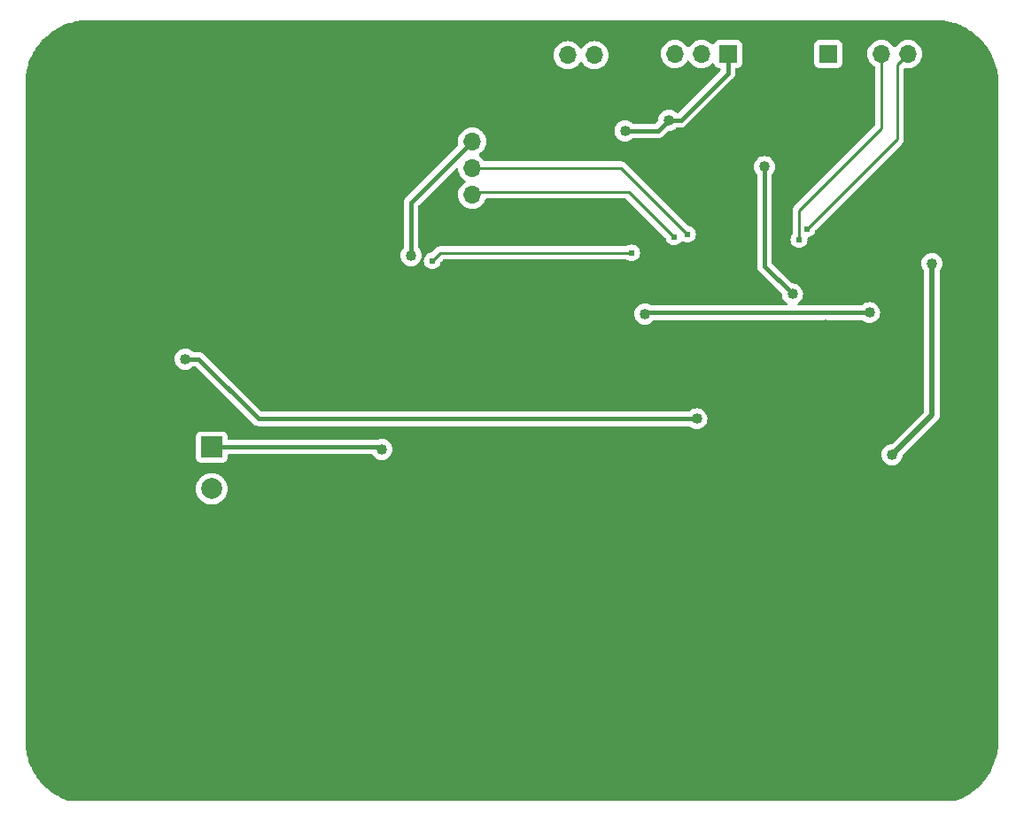
<source format=gbr>
%TF.GenerationSoftware,KiCad,Pcbnew,7.0.5*%
%TF.CreationDate,2024-07-05T18:30:48+07:00*%
%TF.ProjectId,project233,70726f6a-6563-4743-9233-332e6b696361,rev?*%
%TF.SameCoordinates,Original*%
%TF.FileFunction,Copper,L2,Bot*%
%TF.FilePolarity,Positive*%
%FSLAX46Y46*%
G04 Gerber Fmt 4.6, Leading zero omitted, Abs format (unit mm)*
G04 Created by KiCad (PCBNEW 7.0.5) date 2024-07-05 18:30:48*
%MOMM*%
%LPD*%
G01*
G04 APERTURE LIST*
%TA.AperFunction,ComponentPad*%
%ADD10R,1.700000X1.700000*%
%TD*%
%TA.AperFunction,ComponentPad*%
%ADD11O,1.700000X1.700000*%
%TD*%
%TA.AperFunction,ComponentPad*%
%ADD12R,2.000000X2.000000*%
%TD*%
%TA.AperFunction,ComponentPad*%
%ADD13C,2.000000*%
%TD*%
%TA.AperFunction,ViaPad*%
%ADD14C,1.016000*%
%TD*%
%TA.AperFunction,ViaPad*%
%ADD15C,0.609600*%
%TD*%
%TA.AperFunction,Conductor*%
%ADD16C,0.381000*%
%TD*%
%TA.AperFunction,Conductor*%
%ADD17C,0.250000*%
%TD*%
%TA.AperFunction,Conductor*%
%ADD18C,0.254000*%
%TD*%
%TA.AperFunction,Conductor*%
%ADD19C,0.508000*%
%TD*%
G04 APERTURE END LIST*
D10*
%TO.P,J2,1,Pin_1*%
%TO.N,VCC*%
X180152000Y-78232000D03*
D11*
%TO.P,J2,2,Pin_2*%
%TO.N,/MCU/SWDIO*%
X177612000Y-78232000D03*
%TO.P,J2,3,Pin_3*%
%TO.N,/MCU/SWCLK*%
X175072000Y-78232000D03*
%TO.P,J2,4,Pin_4*%
%TO.N,GND*%
X172532000Y-78232000D03*
%TD*%
D12*
%TO.P,BZ1,1,-*%
%TO.N,VCC*%
X130810000Y-115856000D03*
D13*
%TO.P,BZ1,2,+*%
%TO.N,Net-(BZ1-+)*%
X130810000Y-119856000D03*
%TD*%
D10*
%TO.P,J4,1,Pin_1*%
%TO.N,GND*%
X162309000Y-78360001D03*
D11*
%TO.P,J4,2,Pin_2*%
%TO.N,Net-(J4-Pin_2)*%
X164849000Y-78360001D03*
%TO.P,J4,3,Pin_3*%
%TO.N,VCC*%
X167389000Y-78360001D03*
%TD*%
D10*
%TO.P,J3,1,Pin_1*%
%TO.N,VCC*%
X189738000Y-78232000D03*
D11*
%TO.P,J3,2,Pin_2*%
%TO.N,GND*%
X192278000Y-78232000D03*
%TO.P,J3,3,Pin_3*%
%TO.N,/MCU/RX*%
X194818000Y-78232000D03*
%TO.P,J3,4,Pin_4*%
%TO.N,/MCU/TX*%
X197358000Y-78232000D03*
%TD*%
D10*
%TO.P,J5,1,Pin_1*%
%TO.N,GND*%
X155702000Y-84074000D03*
D11*
%TO.P,J5,2,Pin_2*%
%TO.N,VCC*%
X155702000Y-86614000D03*
%TO.P,J5,3,Pin_3*%
%TO.N,SCL*%
X155702000Y-89154000D03*
%TO.P,J5,4,Pin_4*%
%TO.N,SDA*%
X155702000Y-91694000D03*
%TD*%
D14*
%TO.N,GND*%
X168402000Y-88011000D03*
X193167000Y-84582000D03*
X115062000Y-136652000D03*
X120015000Y-140970000D03*
X147574000Y-93853000D03*
X189611000Y-107696000D03*
X189484000Y-104140000D03*
X182626000Y-101092000D03*
X151892000Y-93853000D03*
X161417000Y-93853000D03*
X161417000Y-86868000D03*
%TO.N,VCC*%
X186309000Y-101219000D03*
X149860000Y-97536000D03*
X174498000Y-84582000D03*
X183642000Y-89027000D03*
X147066000Y-116078000D03*
X170307000Y-85598000D03*
%TO.N,GND*%
X193294000Y-113792000D03*
X187325000Y-98679000D03*
X127254000Y-101092000D03*
X181356000Y-83312000D03*
X157607000Y-116459000D03*
X200152000Y-84582000D03*
X184023000Y-105410000D03*
X203454000Y-117602000D03*
X200152000Y-93980000D03*
X203073000Y-107188000D03*
X120015000Y-131953000D03*
X127508000Y-105410000D03*
X157607000Y-119761000D03*
X137414000Y-121158000D03*
X197866000Y-103505000D03*
X124968000Y-136652000D03*
X195453000Y-93218000D03*
X186309000Y-91694000D03*
X176403000Y-80391000D03*
X161290000Y-99822000D03*
X165354000Y-119253000D03*
X175895000Y-97409000D03*
X178308000Y-98298000D03*
X121158000Y-101092000D03*
X170180000Y-77978000D03*
X197358000Y-118745000D03*
X153924000Y-121158000D03*
X128016000Y-109220000D03*
X184912000Y-115570000D03*
X177927000Y-122428000D03*
X167894000Y-80772000D03*
X172339000Y-100838000D03*
X178562000Y-90424000D03*
X193294000Y-80391000D03*
X203200000Y-113411000D03*
X189865000Y-112014000D03*
X160147000Y-78359000D03*
X176657000Y-104521000D03*
X153670000Y-104775000D03*
X170942000Y-119761000D03*
X184023000Y-107950000D03*
D15*
%TO.N,/MCU/NRST*%
X151892000Y-98044000D03*
X170942000Y-97282000D03*
D14*
%TO.N,VDDA*%
X193675000Y-102997000D03*
X172212000Y-103124000D03*
%TO.N,+1V8*%
X128270000Y-107442000D03*
X177165000Y-113157000D03*
%TO.N,+5V*%
X199644000Y-98298000D03*
X195834000Y-116586000D03*
D15*
%TO.N,/MCU/RX*%
X186944000Y-96012000D03*
%TO.N,/MCU/TX*%
X187706000Y-94996000D03*
%TO.N,SCL*%
X176276000Y-95504000D03*
%TO.N,SDA*%
X175006000Y-95758000D03*
%TD*%
D16*
%TO.N,VCC*%
X173482000Y-85598000D02*
X174498000Y-84582000D01*
X170307000Y-85598000D02*
X173482000Y-85598000D01*
X183642000Y-98552000D02*
X186309000Y-101219000D01*
X183642000Y-89027000D02*
X183642000Y-98552000D01*
%TO.N,VDDA*%
X193675000Y-102997000D02*
X172339000Y-102997000D01*
X172339000Y-102997000D02*
X172212000Y-103124000D01*
%TO.N,VCC*%
X180152000Y-80071000D02*
X180152000Y-78232000D01*
X174498000Y-84582000D02*
X175641000Y-84582000D01*
X175641000Y-84582000D02*
X180152000Y-80071000D01*
D17*
%TO.N,GND*%
X193294000Y-84455000D02*
X193294000Y-80391000D01*
X193167000Y-84582000D02*
X193294000Y-84455000D01*
X162560000Y-82804000D02*
X161417000Y-83947000D01*
X161417000Y-83947000D02*
X161417000Y-86868000D01*
X165862000Y-82804000D02*
X162560000Y-82804000D01*
X167894000Y-80772000D02*
X165862000Y-82804000D01*
D18*
X160147000Y-78359000D02*
X162560000Y-80772000D01*
X162560000Y-80772000D02*
X167894000Y-80772000D01*
X175895000Y-97409000D02*
X178562000Y-94742000D01*
X178562000Y-94742000D02*
X178562000Y-90424000D01*
D17*
X189484000Y-104140000D02*
X189611000Y-104267000D01*
X189611000Y-104267000D02*
X189611000Y-107696000D01*
X169992000Y-80772000D02*
X172532000Y-78232000D01*
X167894000Y-80772000D02*
X169992000Y-80772000D01*
D18*
X127254000Y-105156000D02*
X127508000Y-105410000D01*
X127254000Y-101092000D02*
X127254000Y-105156000D01*
X121158000Y-101092000D02*
X127254000Y-101092000D01*
D16*
%TO.N,VCC*%
X146844000Y-115856000D02*
X130810000Y-115856000D01*
X149860000Y-92456000D02*
X155702000Y-86614000D01*
X147066000Y-116078000D02*
X146844000Y-115856000D01*
X149860000Y-97536000D02*
X149860000Y-92456000D01*
D18*
%TO.N,GND*%
X165354000Y-119253000D02*
X158115000Y-119253000D01*
X184023000Y-109347000D02*
X184023000Y-107950000D01*
X183896000Y-108077000D02*
X184023000Y-107950000D01*
X189865000Y-112014000D02*
X186690000Y-112014000D01*
X170942000Y-119761000D02*
X165862000Y-119761000D01*
X158115000Y-119253000D02*
X157607000Y-119761000D01*
X177546000Y-105410000D02*
X176657000Y-104521000D01*
X178562000Y-90424000D02*
X178562000Y-86106000D01*
X183896000Y-114554000D02*
X183896000Y-108077000D01*
X184912000Y-115570000D02*
X183896000Y-114554000D01*
X186309000Y-88265000D02*
X186309000Y-91694000D01*
X137414000Y-121158000D02*
X153924000Y-121158000D01*
X178562000Y-86106000D02*
X181356000Y-83312000D01*
X193294000Y-113792000D02*
X197866000Y-109220000D01*
X197866000Y-109220000D02*
X197866000Y-103505000D01*
X165862000Y-119761000D02*
X165354000Y-119253000D01*
X186690000Y-112014000D02*
X184023000Y-109347000D01*
X181356000Y-83312000D02*
X186309000Y-88265000D01*
X184023000Y-105410000D02*
X177546000Y-105410000D01*
%TO.N,/MCU/NRST*%
X152654000Y-97282000D02*
X170942000Y-97282000D01*
X151892000Y-98044000D02*
X152654000Y-97282000D01*
D16*
%TO.N,+1V8*%
X128270000Y-107442000D02*
X129540000Y-107442000D01*
X129540000Y-107442000D02*
X135255000Y-113157000D01*
X135255000Y-113157000D02*
X177165000Y-113157000D01*
D19*
%TO.N,+5V*%
X199644000Y-112776000D02*
X199644000Y-98298000D01*
X195834000Y-116586000D02*
X199644000Y-112776000D01*
D18*
%TO.N,/MCU/RX*%
X194818000Y-85344000D02*
X194818000Y-78232000D01*
X186944000Y-96012000D02*
X186944000Y-93218000D01*
X186944000Y-93218000D02*
X194818000Y-85344000D01*
%TO.N,/MCU/TX*%
X187706000Y-94996000D02*
X196342000Y-86360000D01*
X196342000Y-86360000D02*
X196342000Y-79248000D01*
X196342000Y-79248000D02*
X197358000Y-78232000D01*
%TO.N,SCL*%
X169926000Y-89154000D02*
X155702000Y-89154000D01*
X176276000Y-95504000D02*
X169926000Y-89154000D01*
%TO.N,SDA*%
X155956000Y-91440000D02*
X155702000Y-91694000D01*
X175006000Y-95758000D02*
X170688000Y-91440000D01*
X170688000Y-91440000D02*
X155956000Y-91440000D01*
%TD*%
%TA.AperFunction,Conductor*%
%TO.N,GND*%
G36*
X200792167Y-75057475D02*
G01*
X200954604Y-75077723D01*
X200958943Y-75078423D01*
X201199817Y-75126336D01*
X201428362Y-75174257D01*
X201432469Y-75175266D01*
X201492507Y-75192198D01*
X201668938Y-75241956D01*
X201892797Y-75308603D01*
X201896555Y-75309854D01*
X202127212Y-75394948D01*
X202344914Y-75479896D01*
X202348278Y-75481326D01*
X202571124Y-75584059D01*
X202572222Y-75584581D01*
X202781719Y-75686998D01*
X202784751Y-75688587D01*
X202870633Y-75736683D01*
X202998820Y-75808471D01*
X203000128Y-75809227D01*
X203200442Y-75928589D01*
X203203106Y-75930271D01*
X203317815Y-76006917D01*
X203407013Y-76066517D01*
X203408548Y-76067577D01*
X203598317Y-76203069D01*
X203600648Y-76204819D01*
X203793225Y-76356635D01*
X203794912Y-76358014D01*
X203972778Y-76508659D01*
X203974779Y-76510430D01*
X204061179Y-76590297D01*
X204154868Y-76676902D01*
X204156622Y-76678589D01*
X204321408Y-76843375D01*
X204323096Y-76845130D01*
X204489570Y-77025221D01*
X204491343Y-77027223D01*
X204541205Y-77086095D01*
X204641974Y-77205073D01*
X204643352Y-77206760D01*
X204795181Y-77399354D01*
X204796950Y-77401711D01*
X204858987Y-77488598D01*
X204913861Y-77565454D01*
X204932384Y-77591396D01*
X204933476Y-77592978D01*
X205069718Y-77796879D01*
X205071429Y-77799588D01*
X205190736Y-77999813D01*
X205191569Y-78001255D01*
X205311408Y-78215240D01*
X205313007Y-78218293D01*
X205319709Y-78232000D01*
X205415369Y-78427676D01*
X205415974Y-78428949D01*
X205518663Y-78651700D01*
X205520117Y-78655120D01*
X205605052Y-78872792D01*
X205690140Y-79103435D01*
X205691395Y-79107204D01*
X205758033Y-79331031D01*
X205824738Y-79567551D01*
X205825746Y-79571658D01*
X205873662Y-79800180D01*
X205903949Y-79952442D01*
X205921567Y-80041010D01*
X205922280Y-80045426D01*
X205951167Y-80277178D01*
X205979995Y-80520743D01*
X205980372Y-80525470D01*
X205990039Y-80759191D01*
X205993952Y-80858760D01*
X205994000Y-80861194D01*
X205994000Y-144138779D01*
X205993952Y-144141214D01*
X205990020Y-144241282D01*
X205980373Y-144474515D01*
X205979996Y-144479242D01*
X205951150Y-144722959D01*
X205922280Y-144954561D01*
X205921565Y-144958988D01*
X205873637Y-145199940D01*
X205825749Y-145428331D01*
X205824740Y-145432438D01*
X205758033Y-145668965D01*
X205691399Y-145892783D01*
X205690144Y-145896552D01*
X205605028Y-146127271D01*
X205520122Y-146344865D01*
X205518668Y-146348285D01*
X205415973Y-146571050D01*
X205415368Y-146572323D01*
X205313011Y-146781700D01*
X205311405Y-146784765D01*
X205191557Y-146998766D01*
X205190724Y-147000208D01*
X205071446Y-147200383D01*
X205069735Y-147203092D01*
X204933448Y-147407060D01*
X204932356Y-147408641D01*
X204796967Y-147598265D01*
X204795198Y-147600622D01*
X204643348Y-147793242D01*
X204641969Y-147794929D01*
X204491354Y-147972761D01*
X204489570Y-147974776D01*
X204323096Y-148154867D01*
X204321408Y-148156622D01*
X204156622Y-148321408D01*
X204154867Y-148323096D01*
X203974776Y-148489570D01*
X203972761Y-148491354D01*
X203794929Y-148641969D01*
X203793242Y-148643348D01*
X203600622Y-148795198D01*
X203598265Y-148796967D01*
X203408641Y-148932356D01*
X203407060Y-148933448D01*
X203203092Y-149069735D01*
X203200383Y-149071446D01*
X203000208Y-149190724D01*
X202998766Y-149191557D01*
X202784765Y-149311405D01*
X202781700Y-149313011D01*
X202572323Y-149415368D01*
X202571050Y-149415973D01*
X202348285Y-149518668D01*
X202344865Y-149520122D01*
X202127270Y-149605028D01*
X201896556Y-149690142D01*
X201892788Y-149691397D01*
X201770370Y-149727844D01*
X201734986Y-149733000D01*
X117265013Y-149733000D01*
X117229631Y-149727845D01*
X117206186Y-149720865D01*
X117107215Y-149691399D01*
X117103446Y-149690144D01*
X116872747Y-149605035D01*
X116758043Y-149560277D01*
X116655133Y-149520122D01*
X116651713Y-149518668D01*
X116428948Y-149415973D01*
X116427675Y-149415368D01*
X116293469Y-149349759D01*
X116218286Y-149313004D01*
X116215266Y-149311422D01*
X116055303Y-149221838D01*
X116001232Y-149191557D01*
X115999790Y-149190724D01*
X115932512Y-149150635D01*
X115799606Y-149071440D01*
X115796906Y-149069735D01*
X115592938Y-148933448D01*
X115591380Y-148932372D01*
X115401714Y-148796953D01*
X115399376Y-148795198D01*
X115206756Y-148643348D01*
X115205069Y-148641969D01*
X115093846Y-148547769D01*
X115027224Y-148491343D01*
X115025222Y-148489570D01*
X114845131Y-148323096D01*
X114843376Y-148321408D01*
X114678590Y-148156622D01*
X114676915Y-148154880D01*
X114510428Y-147974776D01*
X114508662Y-147972781D01*
X114358029Y-147794929D01*
X114356650Y-147793242D01*
X114277863Y-147693302D01*
X114204789Y-147600607D01*
X114203056Y-147598299D01*
X114067608Y-147408592D01*
X114066550Y-147407060D01*
X114019250Y-147336271D01*
X113930261Y-147203089D01*
X113928571Y-147200414D01*
X113809253Y-147000172D01*
X113808441Y-146998766D01*
X113688562Y-146784706D01*
X113687008Y-146781740D01*
X113584620Y-146572302D01*
X113584067Y-146571139D01*
X113481323Y-146348268D01*
X113479886Y-146344888D01*
X113394955Y-146127228D01*
X113309854Y-145896552D01*
X113308599Y-145892783D01*
X113241976Y-145669001D01*
X113175252Y-145432413D01*
X113174256Y-145428362D01*
X113126381Y-145200038D01*
X113078430Y-144958972D01*
X113077718Y-144954560D01*
X113048865Y-144723088D01*
X113030430Y-144567333D01*
X113030000Y-144560039D01*
X113030000Y-119856005D01*
X129304357Y-119856005D01*
X129324890Y-120103812D01*
X129324892Y-120103824D01*
X129385936Y-120344881D01*
X129485826Y-120572606D01*
X129621833Y-120780782D01*
X129621836Y-120780785D01*
X129790256Y-120963738D01*
X129986491Y-121116474D01*
X130205190Y-121234828D01*
X130440386Y-121315571D01*
X130685665Y-121356500D01*
X130934335Y-121356500D01*
X131179614Y-121315571D01*
X131414810Y-121234828D01*
X131633509Y-121116474D01*
X131829744Y-120963738D01*
X131998164Y-120780785D01*
X132134173Y-120572607D01*
X132234063Y-120344881D01*
X132295108Y-120103821D01*
X132315643Y-119856000D01*
X132295108Y-119608179D01*
X132234063Y-119367119D01*
X132134173Y-119139393D01*
X132134173Y-119139392D01*
X131998166Y-118931217D01*
X131976557Y-118907744D01*
X131829744Y-118748262D01*
X131633509Y-118595526D01*
X131633507Y-118595525D01*
X131633506Y-118595524D01*
X131414811Y-118477172D01*
X131414802Y-118477169D01*
X131179616Y-118396429D01*
X130934335Y-118355500D01*
X130685665Y-118355500D01*
X130440383Y-118396429D01*
X130205197Y-118477169D01*
X130205188Y-118477172D01*
X129986493Y-118595524D01*
X129790257Y-118748261D01*
X129621833Y-118931217D01*
X129485826Y-119139393D01*
X129385936Y-119367118D01*
X129324892Y-119608175D01*
X129324890Y-119608187D01*
X129304357Y-119855994D01*
X129304357Y-119856005D01*
X113030000Y-119856005D01*
X113030000Y-116903870D01*
X129309500Y-116903870D01*
X129309501Y-116903876D01*
X129315908Y-116963483D01*
X129366202Y-117098328D01*
X129366206Y-117098335D01*
X129452452Y-117213544D01*
X129452455Y-117213547D01*
X129567664Y-117299793D01*
X129567671Y-117299797D01*
X129702517Y-117350091D01*
X129702516Y-117350091D01*
X129709444Y-117350835D01*
X129762127Y-117356500D01*
X131857872Y-117356499D01*
X131917483Y-117350091D01*
X132052331Y-117299796D01*
X132167546Y-117213546D01*
X132253796Y-117098331D01*
X132304091Y-116963483D01*
X132310500Y-116903873D01*
X132310500Y-116671000D01*
X132330185Y-116603961D01*
X132382989Y-116558206D01*
X132434500Y-116547000D01*
X146098836Y-116547000D01*
X146165875Y-116566685D01*
X146208195Y-116612548D01*
X146223403Y-116641002D01*
X146223405Y-116641005D01*
X146349431Y-116794568D01*
X146502994Y-116920594D01*
X146503001Y-116920598D01*
X146678191Y-117014239D01*
X146678193Y-117014239D01*
X146678196Y-117014241D01*
X146868299Y-117071908D01*
X146868298Y-117071908D01*
X146887769Y-117073825D01*
X147066000Y-117091380D01*
X147263701Y-117071908D01*
X147453804Y-117014241D01*
X147629004Y-116920595D01*
X147782568Y-116794568D01*
X147908595Y-116641004D01*
X147937995Y-116586000D01*
X194820620Y-116586000D01*
X194840091Y-116783699D01*
X194897760Y-116973808D01*
X194991401Y-117148998D01*
X194991405Y-117149005D01*
X195117431Y-117302568D01*
X195270994Y-117428594D01*
X195271001Y-117428598D01*
X195446191Y-117522239D01*
X195446193Y-117522239D01*
X195446196Y-117522241D01*
X195636299Y-117579908D01*
X195636298Y-117579908D01*
X195654024Y-117581653D01*
X195834000Y-117599380D01*
X196031701Y-117579908D01*
X196221804Y-117522241D01*
X196397004Y-117428595D01*
X196550568Y-117302568D01*
X196676595Y-117149004D01*
X196770241Y-116973804D01*
X196827908Y-116783701D01*
X196837170Y-116689657D01*
X196863330Y-116624870D01*
X196872883Y-116614139D01*
X200132264Y-113354758D01*
X200145883Y-113342988D01*
X200165294Y-113328539D01*
X200199075Y-113288279D01*
X200202709Y-113284313D01*
X200208583Y-113278441D01*
X200228534Y-113253207D01*
X200229535Y-113251978D01*
X200278667Y-113193427D01*
X200278670Y-113193420D01*
X200282637Y-113187390D01*
X200282683Y-113187420D01*
X200286795Y-113180965D01*
X200286748Y-113180936D01*
X200290532Y-113174799D01*
X200290539Y-113174791D01*
X200322798Y-113105608D01*
X200323562Y-113104031D01*
X200357824Y-113035811D01*
X200357827Y-113035795D01*
X200360293Y-113029024D01*
X200360346Y-113029043D01*
X200362858Y-113021815D01*
X200362807Y-113021798D01*
X200365077Y-113014945D01*
X200365077Y-113014943D01*
X200365079Y-113014940D01*
X200380518Y-112940162D01*
X200380901Y-112938440D01*
X200398500Y-112864188D01*
X200398499Y-112864185D01*
X200399339Y-112857012D01*
X200399394Y-112857018D01*
X200400172Y-112849409D01*
X200400116Y-112849405D01*
X200400744Y-112842212D01*
X200400746Y-112842206D01*
X200398622Y-112769196D01*
X200398526Y-112765903D01*
X200398500Y-112764100D01*
X200398500Y-99012715D01*
X200418185Y-98945676D01*
X200426639Y-98934058D01*
X200486595Y-98861004D01*
X200580241Y-98685804D01*
X200637908Y-98495701D01*
X200657380Y-98298000D01*
X200637908Y-98100299D01*
X200580241Y-97910196D01*
X200580239Y-97910193D01*
X200580239Y-97910191D01*
X200486598Y-97735001D01*
X200486594Y-97734994D01*
X200360568Y-97581431D01*
X200207005Y-97455405D01*
X200206998Y-97455401D01*
X200031808Y-97361760D01*
X199873905Y-97313861D01*
X199841701Y-97304092D01*
X199841699Y-97304091D01*
X199841701Y-97304091D01*
X199661725Y-97286365D01*
X199644000Y-97284620D01*
X199643999Y-97284620D01*
X199446300Y-97304091D01*
X199256191Y-97361760D01*
X199081001Y-97455401D01*
X199080994Y-97455405D01*
X198927431Y-97581431D01*
X198801405Y-97734994D01*
X198801401Y-97735001D01*
X198707760Y-97910191D01*
X198650091Y-98100300D01*
X198630620Y-98297999D01*
X198650091Y-98495699D01*
X198707760Y-98685808D01*
X198801401Y-98860998D01*
X198801402Y-98860999D01*
X198801405Y-98861004D01*
X198861353Y-98934051D01*
X198888666Y-98998359D01*
X198889500Y-99012715D01*
X198889500Y-112412113D01*
X198869815Y-112479152D01*
X198853181Y-112499794D01*
X195805868Y-115547106D01*
X195744545Y-115580591D01*
X195730343Y-115582828D01*
X195636300Y-115592091D01*
X195446191Y-115649760D01*
X195271001Y-115743401D01*
X195270994Y-115743405D01*
X195117431Y-115869431D01*
X194991405Y-116022994D01*
X194991401Y-116023001D01*
X194897760Y-116198191D01*
X194840091Y-116388300D01*
X194820620Y-116586000D01*
X147937995Y-116586000D01*
X148002241Y-116465804D01*
X148059908Y-116275701D01*
X148079380Y-116078000D01*
X148059908Y-115880299D01*
X148002241Y-115690196D01*
X148002239Y-115690193D01*
X148002239Y-115690191D01*
X147908598Y-115515001D01*
X147908594Y-115514994D01*
X147782568Y-115361431D01*
X147629005Y-115235405D01*
X147628998Y-115235401D01*
X147453808Y-115141760D01*
X147358752Y-115112925D01*
X147263701Y-115084092D01*
X147263699Y-115084091D01*
X147263701Y-115084091D01*
X147066000Y-115064620D01*
X146868300Y-115084091D01*
X146678192Y-115141760D01*
X146662110Y-115150357D01*
X146603655Y-115165000D01*
X132434499Y-115165000D01*
X132367460Y-115145315D01*
X132321705Y-115092511D01*
X132310499Y-115041000D01*
X132310499Y-114808129D01*
X132310498Y-114808123D01*
X132310497Y-114808116D01*
X132304091Y-114748517D01*
X132253796Y-114613669D01*
X132253795Y-114613668D01*
X132253793Y-114613664D01*
X132167547Y-114498455D01*
X132167544Y-114498452D01*
X132052335Y-114412206D01*
X132052328Y-114412202D01*
X131917482Y-114361908D01*
X131917483Y-114361908D01*
X131857883Y-114355501D01*
X131857881Y-114355500D01*
X131857873Y-114355500D01*
X131857864Y-114355500D01*
X129762129Y-114355500D01*
X129762123Y-114355501D01*
X129702516Y-114361908D01*
X129567671Y-114412202D01*
X129567664Y-114412206D01*
X129452455Y-114498452D01*
X129452452Y-114498455D01*
X129366206Y-114613664D01*
X129366202Y-114613671D01*
X129315908Y-114748517D01*
X129309501Y-114808116D01*
X129309501Y-114808123D01*
X129309500Y-114808135D01*
X129309500Y-116903870D01*
X113030000Y-116903870D01*
X113030000Y-107441999D01*
X127256620Y-107441999D01*
X127276091Y-107639699D01*
X127333760Y-107829808D01*
X127427401Y-108004998D01*
X127427405Y-108005005D01*
X127553431Y-108158568D01*
X127706994Y-108284594D01*
X127707001Y-108284598D01*
X127882191Y-108378239D01*
X127882193Y-108378239D01*
X127882196Y-108378241D01*
X128072299Y-108435908D01*
X128072298Y-108435908D01*
X128090024Y-108437653D01*
X128270000Y-108455380D01*
X128467701Y-108435908D01*
X128657804Y-108378241D01*
X128833004Y-108284595D01*
X128973468Y-108169319D01*
X128983426Y-108161147D01*
X129047736Y-108133834D01*
X129062091Y-108133000D01*
X129202416Y-108133000D01*
X129269455Y-108152685D01*
X129290097Y-108169319D01*
X134750312Y-113629533D01*
X134752848Y-113632227D01*
X134793417Y-113678020D01*
X134843768Y-113712774D01*
X134846755Y-113714972D01*
X134894895Y-113752688D01*
X134903866Y-113756725D01*
X134923411Y-113767748D01*
X134931518Y-113773344D01*
X134988703Y-113795031D01*
X134992120Y-113796446D01*
X135047916Y-113821558D01*
X135057600Y-113823332D01*
X135079229Y-113829362D01*
X135088418Y-113832848D01*
X135149098Y-113840215D01*
X135152801Y-113840779D01*
X135173306Y-113844536D01*
X135212972Y-113851806D01*
X135267771Y-113848490D01*
X135274019Y-113848113D01*
X135277764Y-113848000D01*
X176372909Y-113848000D01*
X176439948Y-113867685D01*
X176451574Y-113876147D01*
X176601994Y-113999594D01*
X176602001Y-113999598D01*
X176777191Y-114093239D01*
X176777193Y-114093239D01*
X176777196Y-114093241D01*
X176967299Y-114150908D01*
X176967298Y-114150908D01*
X176986770Y-114152825D01*
X177165000Y-114170380D01*
X177362701Y-114150908D01*
X177552804Y-114093241D01*
X177728004Y-113999595D01*
X177881568Y-113873568D01*
X178007595Y-113720004D01*
X178101241Y-113544804D01*
X178158908Y-113354701D01*
X178178380Y-113157000D01*
X178158908Y-112959299D01*
X178101241Y-112769196D01*
X178101239Y-112769193D01*
X178101239Y-112769191D01*
X178007598Y-112594001D01*
X178007594Y-112593994D01*
X177881568Y-112440431D01*
X177728005Y-112314405D01*
X177727998Y-112314401D01*
X177552808Y-112220760D01*
X177457752Y-112191925D01*
X177362701Y-112163092D01*
X177362699Y-112163091D01*
X177362701Y-112163091D01*
X177182725Y-112145365D01*
X177165000Y-112143620D01*
X177164999Y-112143620D01*
X176967300Y-112163091D01*
X176777191Y-112220760D01*
X176602001Y-112314401D01*
X176601994Y-112314405D01*
X176451574Y-112437853D01*
X176387264Y-112465166D01*
X176372909Y-112466000D01*
X135592583Y-112466000D01*
X135525544Y-112446315D01*
X135504902Y-112429681D01*
X135218841Y-112143620D01*
X130044686Y-106969464D01*
X130042135Y-106966753D01*
X130001583Y-106920980D01*
X129951251Y-106886238D01*
X129948234Y-106884018D01*
X129900108Y-106846314D01*
X129900099Y-106846308D01*
X129891134Y-106842274D01*
X129871586Y-106831250D01*
X129863482Y-106825656D01*
X129863478Y-106825653D01*
X129814689Y-106807150D01*
X129806302Y-106803969D01*
X129802851Y-106802540D01*
X129747081Y-106777441D01*
X129747082Y-106777441D01*
X129737395Y-106775666D01*
X129715792Y-106769644D01*
X129706582Y-106766152D01*
X129645876Y-106758780D01*
X129642177Y-106758217D01*
X129629211Y-106755841D01*
X129582030Y-106747195D01*
X129582025Y-106747195D01*
X129520992Y-106750887D01*
X129517247Y-106751000D01*
X129062091Y-106751000D01*
X128995052Y-106731315D01*
X128983426Y-106722853D01*
X128833005Y-106599405D01*
X128832998Y-106599401D01*
X128657808Y-106505760D01*
X128562752Y-106476925D01*
X128467701Y-106448092D01*
X128467699Y-106448091D01*
X128467701Y-106448091D01*
X128270000Y-106428620D01*
X128072300Y-106448091D01*
X127882191Y-106505760D01*
X127707001Y-106599401D01*
X127706994Y-106599405D01*
X127553431Y-106725431D01*
X127427405Y-106878994D01*
X127427401Y-106879001D01*
X127333760Y-107054191D01*
X127276091Y-107244300D01*
X127256620Y-107441999D01*
X113030000Y-107441999D01*
X113030000Y-103123999D01*
X171198620Y-103123999D01*
X171218091Y-103321699D01*
X171275760Y-103511808D01*
X171369401Y-103686998D01*
X171369405Y-103687005D01*
X171495431Y-103840568D01*
X171648994Y-103966594D01*
X171649001Y-103966598D01*
X171824191Y-104060239D01*
X171824193Y-104060239D01*
X171824196Y-104060241D01*
X172014299Y-104117908D01*
X172014298Y-104117908D01*
X172033770Y-104119825D01*
X172212000Y-104137380D01*
X172409701Y-104117908D01*
X172599804Y-104060241D01*
X172775004Y-103966595D01*
X172928568Y-103840568D01*
X173016572Y-103733334D01*
X173074317Y-103694001D01*
X173112425Y-103688000D01*
X192882909Y-103688000D01*
X192949948Y-103707685D01*
X192961574Y-103716147D01*
X193111994Y-103839594D01*
X193112001Y-103839598D01*
X193287191Y-103933239D01*
X193287193Y-103933239D01*
X193287196Y-103933241D01*
X193477299Y-103990908D01*
X193477298Y-103990908D01*
X193496769Y-103992825D01*
X193675000Y-104010380D01*
X193872701Y-103990908D01*
X194062804Y-103933241D01*
X194238004Y-103839595D01*
X194391568Y-103713568D01*
X194517595Y-103560004D01*
X194611241Y-103384804D01*
X194668908Y-103194701D01*
X194688380Y-102997000D01*
X194668908Y-102799299D01*
X194611241Y-102609196D01*
X194611239Y-102609193D01*
X194611239Y-102609191D01*
X194517598Y-102434001D01*
X194517594Y-102433994D01*
X194391568Y-102280431D01*
X194238005Y-102154405D01*
X194237998Y-102154401D01*
X194062808Y-102060760D01*
X193967752Y-102031925D01*
X193872701Y-102003092D01*
X193872699Y-102003091D01*
X193872701Y-102003091D01*
X193692725Y-101985365D01*
X193675000Y-101983620D01*
X193674999Y-101983620D01*
X193477300Y-102003091D01*
X193287191Y-102060760D01*
X193112001Y-102154401D01*
X193111994Y-102154405D01*
X192961574Y-102277853D01*
X192897264Y-102305166D01*
X192882909Y-102306000D01*
X186909791Y-102306000D01*
X186842752Y-102286315D01*
X186796997Y-102233511D01*
X186787053Y-102164353D01*
X186816078Y-102100797D01*
X186851338Y-102072642D01*
X186871998Y-102061598D01*
X186872004Y-102061595D01*
X187025568Y-101935568D01*
X187151595Y-101782004D01*
X187245241Y-101606804D01*
X187302908Y-101416701D01*
X187322380Y-101219000D01*
X187302908Y-101021299D01*
X187245241Y-100831196D01*
X187245239Y-100831193D01*
X187245239Y-100831191D01*
X187151598Y-100656001D01*
X187151594Y-100655994D01*
X187025568Y-100502431D01*
X186872005Y-100376405D01*
X186871998Y-100376401D01*
X186696808Y-100282760D01*
X186601752Y-100253925D01*
X186506701Y-100225092D01*
X186506699Y-100225091D01*
X186506701Y-100225091D01*
X186313044Y-100206018D01*
X186248257Y-100179857D01*
X186237517Y-100170296D01*
X184369319Y-98302097D01*
X184335834Y-98240774D01*
X184333000Y-98214416D01*
X184333000Y-96012003D01*
X186133604Y-96012003D01*
X186153920Y-96192324D01*
X186153921Y-96192329D01*
X186213859Y-96363622D01*
X186213861Y-96363625D01*
X186310402Y-96517268D01*
X186310407Y-96517274D01*
X186438725Y-96645592D01*
X186438731Y-96645597D01*
X186592374Y-96742138D01*
X186592377Y-96742140D01*
X186592381Y-96742141D01*
X186592382Y-96742142D01*
X186747655Y-96796474D01*
X186763670Y-96802078D01*
X186763675Y-96802079D01*
X186943996Y-96822396D01*
X186944000Y-96822396D01*
X186944004Y-96822396D01*
X187124324Y-96802079D01*
X187124327Y-96802078D01*
X187124330Y-96802078D01*
X187295618Y-96742142D01*
X187295620Y-96742140D01*
X187295622Y-96742140D01*
X187295625Y-96742138D01*
X187449268Y-96645597D01*
X187449269Y-96645596D01*
X187449274Y-96645593D01*
X187577593Y-96517274D01*
X187593523Y-96491922D01*
X187674138Y-96363625D01*
X187674140Y-96363622D01*
X187674140Y-96363620D01*
X187674142Y-96363618D01*
X187734078Y-96192330D01*
X187740245Y-96137597D01*
X187754396Y-96012003D01*
X187754396Y-96011996D01*
X187744798Y-95926808D01*
X187756853Y-95857986D01*
X187804202Y-95806607D01*
X187854133Y-95789705D01*
X187886330Y-95786078D01*
X188057618Y-95726142D01*
X188057621Y-95726139D01*
X188057625Y-95726138D01*
X188211268Y-95629597D01*
X188211269Y-95629596D01*
X188211274Y-95629593D01*
X188339593Y-95501274D01*
X188339996Y-95500633D01*
X188436138Y-95347625D01*
X188436141Y-95347619D01*
X188436142Y-95347618D01*
X188496078Y-95176330D01*
X188501757Y-95125918D01*
X188528821Y-95061507D01*
X188537286Y-95052131D01*
X196727043Y-86862374D01*
X196739325Y-86852537D01*
X196739144Y-86852318D01*
X196745153Y-86847345D01*
X196745162Y-86847340D01*
X196792072Y-86797385D01*
X196793311Y-86796106D01*
X196813623Y-86775796D01*
X196817892Y-86770290D01*
X196821676Y-86765859D01*
X196853693Y-86731767D01*
X196863389Y-86714128D01*
X196874073Y-86697861D01*
X196886408Y-86681962D01*
X196904978Y-86639046D01*
X196907534Y-86633827D01*
X196930072Y-86592834D01*
X196935078Y-86573334D01*
X196941382Y-86554924D01*
X196949370Y-86536465D01*
X196949373Y-86536459D01*
X196956687Y-86490280D01*
X196957868Y-86484570D01*
X196969500Y-86439272D01*
X196969500Y-86419134D01*
X196971027Y-86399735D01*
X196974174Y-86379867D01*
X196969775Y-86333329D01*
X196969500Y-86327491D01*
X196969500Y-79687642D01*
X196989185Y-79620603D01*
X197041989Y-79574848D01*
X197111147Y-79564904D01*
X197117251Y-79566156D01*
X197117258Y-79566122D01*
X197122584Y-79567060D01*
X197122592Y-79567063D01*
X197299034Y-79582500D01*
X197357999Y-79587659D01*
X197358000Y-79587659D01*
X197358001Y-79587659D01*
X197416966Y-79582500D01*
X197593408Y-79567063D01*
X197821663Y-79505903D01*
X198035830Y-79406035D01*
X198229401Y-79270495D01*
X198396495Y-79103401D01*
X198532035Y-78909830D01*
X198631903Y-78695663D01*
X198693063Y-78467408D01*
X198713659Y-78232000D01*
X198693063Y-77996592D01*
X198631903Y-77768337D01*
X198532035Y-77554171D01*
X198526425Y-77546158D01*
X198396494Y-77360597D01*
X198229402Y-77193506D01*
X198229395Y-77193501D01*
X198035834Y-77057967D01*
X198035830Y-77057965D01*
X198035829Y-77057964D01*
X197821663Y-76958097D01*
X197821659Y-76958096D01*
X197821655Y-76958094D01*
X197593413Y-76896938D01*
X197593403Y-76896936D01*
X197358001Y-76876341D01*
X197357999Y-76876341D01*
X197122596Y-76896936D01*
X197122586Y-76896938D01*
X196894344Y-76958094D01*
X196894335Y-76958098D01*
X196680171Y-77057964D01*
X196680169Y-77057965D01*
X196486597Y-77193505D01*
X196319505Y-77360597D01*
X196189575Y-77546158D01*
X196134998Y-77589783D01*
X196065500Y-77596977D01*
X196003145Y-77565454D01*
X195986425Y-77546158D01*
X195856494Y-77360597D01*
X195689402Y-77193506D01*
X195689395Y-77193501D01*
X195495834Y-77057967D01*
X195495830Y-77057965D01*
X195495829Y-77057964D01*
X195281663Y-76958097D01*
X195281659Y-76958096D01*
X195281655Y-76958094D01*
X195053413Y-76896938D01*
X195053403Y-76896936D01*
X194818001Y-76876341D01*
X194817999Y-76876341D01*
X194582596Y-76896936D01*
X194582586Y-76896938D01*
X194354344Y-76958094D01*
X194354335Y-76958098D01*
X194140171Y-77057964D01*
X194140169Y-77057965D01*
X193946597Y-77193505D01*
X193779505Y-77360597D01*
X193643965Y-77554169D01*
X193643964Y-77554171D01*
X193544098Y-77768335D01*
X193544094Y-77768344D01*
X193482938Y-77996586D01*
X193482936Y-77996596D01*
X193462341Y-78231999D01*
X193462341Y-78232000D01*
X193482936Y-78467403D01*
X193482938Y-78467413D01*
X193544094Y-78695655D01*
X193544096Y-78695659D01*
X193544097Y-78695663D01*
X193607688Y-78832033D01*
X193643965Y-78909830D01*
X193643967Y-78909834D01*
X193708656Y-79002218D01*
X193779505Y-79103401D01*
X193946599Y-79270495D01*
X194137624Y-79404252D01*
X194181248Y-79458828D01*
X194190500Y-79505826D01*
X194190500Y-85032717D01*
X194170815Y-85099756D01*
X194154181Y-85120398D01*
X186558953Y-92715626D01*
X186546669Y-92725469D01*
X186546849Y-92725687D01*
X186540838Y-92730660D01*
X186493981Y-92780556D01*
X186492628Y-92781951D01*
X186472379Y-92802200D01*
X186472375Y-92802205D01*
X186468106Y-92807709D01*
X186464315Y-92812147D01*
X186432308Y-92846230D01*
X186432305Y-92846234D01*
X186422606Y-92863877D01*
X186411928Y-92880133D01*
X186399594Y-92896034D01*
X186399589Y-92896042D01*
X186381025Y-92938943D01*
X186378454Y-92944191D01*
X186355927Y-92985167D01*
X186350920Y-93004668D01*
X186344621Y-93023064D01*
X186342027Y-93029061D01*
X186336625Y-93041544D01*
X186336624Y-93041546D01*
X186329312Y-93087716D01*
X186328127Y-93093438D01*
X186316500Y-93138723D01*
X186316500Y-93158858D01*
X186314973Y-93178257D01*
X186311825Y-93198131D01*
X186316225Y-93244677D01*
X186316500Y-93250515D01*
X186316500Y-95461305D01*
X186297494Y-95527277D01*
X186213859Y-95660379D01*
X186153921Y-95831670D01*
X186153920Y-95831675D01*
X186133604Y-96011996D01*
X186133604Y-96012003D01*
X184333000Y-96012003D01*
X184333000Y-89819091D01*
X184352685Y-89752052D01*
X184361147Y-89740426D01*
X184484594Y-89590005D01*
X184484598Y-89589998D01*
X184578239Y-89414808D01*
X184578239Y-89414807D01*
X184578241Y-89414804D01*
X184635908Y-89224701D01*
X184655380Y-89027000D01*
X184635908Y-88829299D01*
X184578241Y-88639196D01*
X184578239Y-88639193D01*
X184578239Y-88639191D01*
X184484598Y-88464001D01*
X184484594Y-88463994D01*
X184358568Y-88310431D01*
X184205005Y-88184405D01*
X184204998Y-88184401D01*
X184029808Y-88090760D01*
X183934752Y-88061925D01*
X183839701Y-88033092D01*
X183839699Y-88033091D01*
X183839701Y-88033091D01*
X183642000Y-88013620D01*
X183444300Y-88033091D01*
X183254191Y-88090760D01*
X183079001Y-88184401D01*
X183078994Y-88184405D01*
X182925431Y-88310431D01*
X182799405Y-88463994D01*
X182799401Y-88464001D01*
X182705760Y-88639191D01*
X182648091Y-88829300D01*
X182628620Y-89027000D01*
X182648091Y-89224699D01*
X182705760Y-89414808D01*
X182799401Y-89589998D01*
X182799405Y-89590005D01*
X182922853Y-89740426D01*
X182950166Y-89804736D01*
X182951000Y-89819091D01*
X182951000Y-98529247D01*
X182950887Y-98532992D01*
X182947195Y-98594025D01*
X182947195Y-98594028D01*
X182958217Y-98654174D01*
X182958780Y-98657876D01*
X182966152Y-98718582D01*
X182969644Y-98727792D01*
X182975666Y-98749395D01*
X182977441Y-98759081D01*
X183002540Y-98814851D01*
X183003973Y-98818310D01*
X183025653Y-98875478D01*
X183025656Y-98875482D01*
X183031250Y-98883586D01*
X183042274Y-98903134D01*
X183046308Y-98912099D01*
X183046314Y-98912108D01*
X183084018Y-98960234D01*
X183086238Y-98963251D01*
X183120980Y-99013583D01*
X183166753Y-99054135D01*
X183169464Y-99056686D01*
X184283075Y-100170296D01*
X185260296Y-101147517D01*
X185293781Y-101208840D01*
X185296018Y-101223044D01*
X185315091Y-101416699D01*
X185372760Y-101606808D01*
X185466401Y-101781998D01*
X185466405Y-101782005D01*
X185592431Y-101935568D01*
X185745994Y-102061594D01*
X185746001Y-102061598D01*
X185766662Y-102072642D01*
X185816506Y-102121604D01*
X185831967Y-102189741D01*
X185808136Y-102255421D01*
X185752578Y-102297790D01*
X185708209Y-102306000D01*
X172849341Y-102306000D01*
X172782302Y-102286315D01*
X172780112Y-102284720D01*
X172780067Y-102284788D01*
X172774998Y-102281401D01*
X172599808Y-102187760D01*
X172489837Y-102154401D01*
X172409701Y-102130092D01*
X172409699Y-102130091D01*
X172409701Y-102130091D01*
X172229725Y-102112365D01*
X172212000Y-102110620D01*
X172211999Y-102110620D01*
X172014300Y-102130091D01*
X171824191Y-102187760D01*
X171649001Y-102281401D01*
X171648994Y-102281405D01*
X171495431Y-102407431D01*
X171369405Y-102560994D01*
X171369401Y-102561001D01*
X171275760Y-102736191D01*
X171218091Y-102926300D01*
X171198620Y-103123999D01*
X113030000Y-103123999D01*
X113030000Y-97536000D01*
X148846620Y-97536000D01*
X148866091Y-97733699D01*
X148923760Y-97923808D01*
X149017401Y-98098998D01*
X149017405Y-98099005D01*
X149143431Y-98252568D01*
X149296994Y-98378594D01*
X149297001Y-98378598D01*
X149472191Y-98472239D01*
X149472193Y-98472239D01*
X149472196Y-98472241D01*
X149662299Y-98529908D01*
X149662298Y-98529908D01*
X149674655Y-98531125D01*
X149860000Y-98549380D01*
X150057701Y-98529908D01*
X150247804Y-98472241D01*
X150423004Y-98378595D01*
X150576568Y-98252568D01*
X150702595Y-98099004D01*
X150731994Y-98044003D01*
X151081604Y-98044003D01*
X151101920Y-98224324D01*
X151101921Y-98224329D01*
X151161859Y-98395622D01*
X151161861Y-98395625D01*
X151258402Y-98549268D01*
X151258407Y-98549274D01*
X151386725Y-98677592D01*
X151386731Y-98677597D01*
X151540374Y-98774138D01*
X151540377Y-98774140D01*
X151540381Y-98774141D01*
X151540382Y-98774142D01*
X151711670Y-98834077D01*
X151711670Y-98834078D01*
X151711675Y-98834079D01*
X151891996Y-98854396D01*
X151892000Y-98854396D01*
X151892004Y-98854396D01*
X152072324Y-98834079D01*
X152072327Y-98834078D01*
X152072330Y-98834078D01*
X152243618Y-98774142D01*
X152243620Y-98774140D01*
X152243622Y-98774140D01*
X152243625Y-98774138D01*
X152397268Y-98677597D01*
X152397269Y-98677596D01*
X152397274Y-98677593D01*
X152525593Y-98549274D01*
X152538177Y-98529247D01*
X152622138Y-98395625D01*
X152622141Y-98395619D01*
X152622142Y-98395618D01*
X152682078Y-98224330D01*
X152687757Y-98173918D01*
X152714821Y-98109507D01*
X152723276Y-98100142D01*
X152877601Y-97945816D01*
X152938924Y-97912334D01*
X152965281Y-97909500D01*
X170391305Y-97909500D01*
X170457276Y-97928505D01*
X170590382Y-98012142D01*
X170761669Y-98072077D01*
X170761670Y-98072078D01*
X170761675Y-98072079D01*
X170941996Y-98092396D01*
X170942000Y-98092396D01*
X170942004Y-98092396D01*
X171122324Y-98072079D01*
X171122327Y-98072078D01*
X171122330Y-98072078D01*
X171293618Y-98012142D01*
X171293620Y-98012140D01*
X171293622Y-98012140D01*
X171293625Y-98012138D01*
X171447268Y-97915597D01*
X171447269Y-97915596D01*
X171447274Y-97915593D01*
X171575593Y-97787274D01*
X171575597Y-97787268D01*
X171672138Y-97633625D01*
X171672140Y-97633622D01*
X171672140Y-97633620D01*
X171672142Y-97633618D01*
X171732078Y-97462330D01*
X171732079Y-97462324D01*
X171752396Y-97282003D01*
X171752396Y-97281996D01*
X171732079Y-97101675D01*
X171732078Y-97101670D01*
X171687053Y-96972996D01*
X171672142Y-96930382D01*
X171672141Y-96930381D01*
X171672140Y-96930377D01*
X171672138Y-96930374D01*
X171575597Y-96776731D01*
X171575591Y-96776724D01*
X171447274Y-96648407D01*
X171447268Y-96648402D01*
X171293625Y-96551861D01*
X171293622Y-96551859D01*
X171122329Y-96491921D01*
X171122324Y-96491920D01*
X170942004Y-96471604D01*
X170941996Y-96471604D01*
X170761675Y-96491920D01*
X170761670Y-96491921D01*
X170590379Y-96551859D01*
X170457277Y-96635494D01*
X170391305Y-96654500D01*
X152736967Y-96654500D01*
X152721318Y-96652772D01*
X152721292Y-96653054D01*
X152713524Y-96652319D01*
X152645109Y-96654469D01*
X152643162Y-96654500D01*
X152614522Y-96654500D01*
X152607618Y-96655371D01*
X152601800Y-96655829D01*
X152555060Y-96657298D01*
X152555054Y-96657299D01*
X152535719Y-96662916D01*
X152516680Y-96666859D01*
X152496715Y-96669382D01*
X152496701Y-96669385D01*
X152453235Y-96686594D01*
X152447710Y-96688485D01*
X152402809Y-96701531D01*
X152402806Y-96701533D01*
X152385480Y-96711779D01*
X152368010Y-96720337D01*
X152349298Y-96727745D01*
X152311463Y-96755233D01*
X152306580Y-96758440D01*
X152266346Y-96782234D01*
X152252106Y-96796474D01*
X152237320Y-96809102D01*
X152221033Y-96820936D01*
X152221032Y-96820936D01*
X152191227Y-96856963D01*
X152187295Y-96861285D01*
X151835877Y-97212702D01*
X151774554Y-97246187D01*
X151762081Y-97248241D01*
X151711672Y-97253921D01*
X151540377Y-97313859D01*
X151540374Y-97313861D01*
X151386731Y-97410402D01*
X151386725Y-97410407D01*
X151258407Y-97538725D01*
X151258402Y-97538731D01*
X151161861Y-97692374D01*
X151161859Y-97692377D01*
X151101921Y-97863670D01*
X151101920Y-97863675D01*
X151081604Y-98043996D01*
X151081604Y-98044003D01*
X150731994Y-98044003D01*
X150796241Y-97923804D01*
X150853908Y-97733701D01*
X150873380Y-97536000D01*
X150853908Y-97338299D01*
X150796241Y-97148196D01*
X150796239Y-97148193D01*
X150796239Y-97148191D01*
X150702598Y-96973001D01*
X150702594Y-96972994D01*
X150579147Y-96822574D01*
X150551834Y-96758264D01*
X150551000Y-96743909D01*
X150551000Y-92793582D01*
X150570685Y-92726543D01*
X150587314Y-92705906D01*
X154141647Y-89151572D01*
X154202968Y-89118089D01*
X154272660Y-89123073D01*
X154328593Y-89164945D01*
X154352854Y-89228447D01*
X154366936Y-89389403D01*
X154366938Y-89389413D01*
X154428094Y-89617655D01*
X154428096Y-89617659D01*
X154428097Y-89617663D01*
X154486808Y-89743568D01*
X154527965Y-89831830D01*
X154527967Y-89831834D01*
X154663501Y-90025395D01*
X154663506Y-90025402D01*
X154830597Y-90192493D01*
X154830603Y-90192498D01*
X155016158Y-90322425D01*
X155059783Y-90377002D01*
X155066977Y-90446500D01*
X155035454Y-90508855D01*
X155016158Y-90525575D01*
X154830597Y-90655505D01*
X154663505Y-90822597D01*
X154527965Y-91016169D01*
X154527964Y-91016171D01*
X154428098Y-91230335D01*
X154428094Y-91230344D01*
X154366938Y-91458586D01*
X154366936Y-91458596D01*
X154346341Y-91693999D01*
X154346341Y-91694000D01*
X154366936Y-91929403D01*
X154366938Y-91929413D01*
X154428094Y-92157655D01*
X154428096Y-92157659D01*
X154428097Y-92157663D01*
X154443851Y-92191447D01*
X154527965Y-92371830D01*
X154527967Y-92371834D01*
X154602832Y-92478751D01*
X154663505Y-92565401D01*
X154830599Y-92732495D01*
X154917840Y-92793582D01*
X155024165Y-92868032D01*
X155024167Y-92868033D01*
X155024170Y-92868035D01*
X155238337Y-92967903D01*
X155466592Y-93029063D01*
X155654918Y-93045539D01*
X155701999Y-93049659D01*
X155702000Y-93049659D01*
X155702001Y-93049659D01*
X155741234Y-93046226D01*
X155937408Y-93029063D01*
X156165663Y-92967903D01*
X156379830Y-92868035D01*
X156573401Y-92732495D01*
X156740495Y-92565401D01*
X156876035Y-92371830D01*
X156975903Y-92157663D01*
X156975907Y-92157646D01*
X156977757Y-92152569D01*
X156979269Y-92153119D01*
X157011799Y-92099748D01*
X157074646Y-92069217D01*
X157095211Y-92067500D01*
X170376719Y-92067500D01*
X170443758Y-92087185D01*
X170464400Y-92103819D01*
X174174702Y-95814121D01*
X174208187Y-95875444D01*
X174210241Y-95887918D01*
X174215920Y-95938325D01*
X174215921Y-95938329D01*
X174275859Y-96109622D01*
X174275861Y-96109625D01*
X174372402Y-96263268D01*
X174372407Y-96263274D01*
X174500725Y-96391592D01*
X174500731Y-96391597D01*
X174654374Y-96488138D01*
X174654377Y-96488140D01*
X174654381Y-96488141D01*
X174654382Y-96488142D01*
X174665182Y-96491921D01*
X174825670Y-96548078D01*
X174825675Y-96548079D01*
X175005996Y-96568396D01*
X175006000Y-96568396D01*
X175006004Y-96568396D01*
X175186324Y-96548079D01*
X175186327Y-96548078D01*
X175186330Y-96548078D01*
X175357618Y-96488142D01*
X175357620Y-96488140D01*
X175357622Y-96488140D01*
X175357625Y-96488138D01*
X175511268Y-96391597D01*
X175511269Y-96391596D01*
X175511274Y-96391593D01*
X175639593Y-96263274D01*
X175667356Y-96219088D01*
X175719690Y-96172797D01*
X175788743Y-96162148D01*
X175838322Y-96180066D01*
X175857837Y-96192329D01*
X175924378Y-96234140D01*
X175924379Y-96234140D01*
X175924382Y-96234142D01*
X176095670Y-96294077D01*
X176095670Y-96294078D01*
X176095675Y-96294079D01*
X176275996Y-96314396D01*
X176276000Y-96314396D01*
X176276004Y-96314396D01*
X176456324Y-96294079D01*
X176456327Y-96294078D01*
X176456330Y-96294078D01*
X176627618Y-96234142D01*
X176627620Y-96234140D01*
X176627622Y-96234140D01*
X176627625Y-96234138D01*
X176781268Y-96137597D01*
X176781269Y-96137596D01*
X176781274Y-96137593D01*
X176909593Y-96009274D01*
X176909597Y-96009268D01*
X177006138Y-95855625D01*
X177006140Y-95855622D01*
X177006140Y-95855620D01*
X177006142Y-95855618D01*
X177066078Y-95684330D01*
X177066079Y-95684324D01*
X177086396Y-95504003D01*
X177086396Y-95503996D01*
X177066079Y-95323675D01*
X177066078Y-95323670D01*
X177006140Y-95152377D01*
X177006138Y-95152374D01*
X176909597Y-94998731D01*
X176909592Y-94998725D01*
X176781274Y-94870407D01*
X176781268Y-94870402D01*
X176627625Y-94773861D01*
X176627622Y-94773859D01*
X176456329Y-94713921D01*
X176456325Y-94713920D01*
X176405918Y-94708241D01*
X176341504Y-94681174D01*
X176332121Y-94672702D01*
X170428376Y-88768957D01*
X170418531Y-88756668D01*
X170418313Y-88756849D01*
X170413340Y-88750837D01*
X170363443Y-88703981D01*
X170362043Y-88702624D01*
X170341797Y-88682377D01*
X170336296Y-88678111D01*
X170331848Y-88674312D01*
X170297768Y-88642308D01*
X170297763Y-88642304D01*
X170280122Y-88632606D01*
X170263857Y-88621922D01*
X170247963Y-88609593D01*
X170247962Y-88609592D01*
X170232804Y-88603032D01*
X170205054Y-88591023D01*
X170199807Y-88588453D01*
X170158837Y-88565929D01*
X170158828Y-88565926D01*
X170139334Y-88560920D01*
X170120933Y-88554620D01*
X170102459Y-88546626D01*
X170102452Y-88546624D01*
X170056287Y-88539313D01*
X170050563Y-88538128D01*
X170005279Y-88526500D01*
X170005272Y-88526500D01*
X169985142Y-88526500D01*
X169965743Y-88524973D01*
X169945868Y-88521825D01*
X169945867Y-88521825D01*
X169899321Y-88526225D01*
X169893483Y-88526500D01*
X156975826Y-88526500D01*
X156908787Y-88506815D01*
X156874251Y-88473623D01*
X156740494Y-88282597D01*
X156573402Y-88115506D01*
X156573396Y-88115501D01*
X156387842Y-87985575D01*
X156344217Y-87930998D01*
X156337023Y-87861500D01*
X156368546Y-87799145D01*
X156387842Y-87782425D01*
X156410026Y-87766891D01*
X156573401Y-87652495D01*
X156740495Y-87485401D01*
X156876035Y-87291830D01*
X156975903Y-87077663D01*
X157037063Y-86849408D01*
X157057659Y-86614000D01*
X157037063Y-86378592D01*
X156987519Y-86193688D01*
X156975905Y-86150344D01*
X156975904Y-86150343D01*
X156975903Y-86150337D01*
X156876035Y-85936171D01*
X156813163Y-85846379D01*
X156740494Y-85742597D01*
X156595896Y-85598000D01*
X169293620Y-85598000D01*
X169313091Y-85795699D01*
X169370760Y-85985808D01*
X169464401Y-86160998D01*
X169464405Y-86161005D01*
X169590431Y-86314568D01*
X169743994Y-86440594D01*
X169744001Y-86440598D01*
X169919191Y-86534239D01*
X169919193Y-86534239D01*
X169919196Y-86534241D01*
X170109299Y-86591908D01*
X170109298Y-86591908D01*
X170127024Y-86593653D01*
X170307000Y-86611380D01*
X170504701Y-86591908D01*
X170694804Y-86534241D01*
X170870004Y-86440595D01*
X171000708Y-86333329D01*
X171020426Y-86317147D01*
X171084736Y-86289834D01*
X171099091Y-86289000D01*
X173459247Y-86289000D01*
X173462992Y-86289113D01*
X173524026Y-86292805D01*
X173524026Y-86292804D01*
X173524028Y-86292805D01*
X173584185Y-86281779D01*
X173587870Y-86281219D01*
X173648582Y-86273848D01*
X173657788Y-86270356D01*
X173679403Y-86264330D01*
X173689085Y-86262557D01*
X173744865Y-86237451D01*
X173748281Y-86236037D01*
X173805482Y-86214344D01*
X173813579Y-86208754D01*
X173833139Y-86197722D01*
X173842105Y-86193688D01*
X173890249Y-86155968D01*
X173893255Y-86153757D01*
X173898213Y-86150335D01*
X173943583Y-86119020D01*
X173984144Y-86073234D01*
X173986678Y-86070542D01*
X174426519Y-85630701D01*
X174487840Y-85597218D01*
X174502032Y-85594982D01*
X174695701Y-85575908D01*
X174885804Y-85518241D01*
X175061004Y-85424595D01*
X175163969Y-85340094D01*
X175211426Y-85301147D01*
X175275736Y-85273834D01*
X175290091Y-85273000D01*
X175618247Y-85273000D01*
X175621992Y-85273113D01*
X175683026Y-85276805D01*
X175683026Y-85276804D01*
X175683028Y-85276805D01*
X175743185Y-85265779D01*
X175746870Y-85265219D01*
X175807582Y-85257848D01*
X175816788Y-85254356D01*
X175838403Y-85248330D01*
X175848085Y-85246557D01*
X175903865Y-85221451D01*
X175907281Y-85220037D01*
X175964482Y-85198344D01*
X175972579Y-85192754D01*
X175992139Y-85181722D01*
X176001105Y-85177688D01*
X176049249Y-85139968D01*
X176052255Y-85137757D01*
X176102583Y-85103020D01*
X176143144Y-85057234D01*
X176145678Y-85054542D01*
X180624542Y-80575678D01*
X180627234Y-80573144D01*
X180673020Y-80532583D01*
X180707759Y-80482254D01*
X180709962Y-80479258D01*
X180747688Y-80431106D01*
X180751729Y-80422126D01*
X180762750Y-80402584D01*
X180768344Y-80394482D01*
X180790031Y-80337296D01*
X180791451Y-80333865D01*
X180816557Y-80278085D01*
X180818330Y-80268403D01*
X180824356Y-80246788D01*
X180827848Y-80237582D01*
X180835219Y-80176872D01*
X180835781Y-80173182D01*
X180846804Y-80113034D01*
X180846805Y-80113029D01*
X180843111Y-80051961D01*
X180842999Y-80048280D01*
X180842999Y-79706498D01*
X180862684Y-79639460D01*
X180915488Y-79593705D01*
X180966999Y-79582499D01*
X181049871Y-79582499D01*
X181049872Y-79582499D01*
X181109483Y-79576091D01*
X181244331Y-79525796D01*
X181359546Y-79439546D01*
X181445796Y-79324331D01*
X181496091Y-79189483D01*
X181502500Y-79129873D01*
X181502500Y-79129870D01*
X188387500Y-79129870D01*
X188387501Y-79129876D01*
X188393908Y-79189483D01*
X188444202Y-79324328D01*
X188444206Y-79324335D01*
X188530452Y-79439544D01*
X188530455Y-79439547D01*
X188645664Y-79525793D01*
X188645671Y-79525797D01*
X188780517Y-79576091D01*
X188780516Y-79576091D01*
X188787444Y-79576835D01*
X188840127Y-79582500D01*
X190635872Y-79582499D01*
X190695483Y-79576091D01*
X190830331Y-79525796D01*
X190945546Y-79439546D01*
X191031796Y-79324331D01*
X191082091Y-79189483D01*
X191088500Y-79129873D01*
X191088499Y-77334128D01*
X191082091Y-77274517D01*
X191080810Y-77271083D01*
X191031797Y-77139671D01*
X191031793Y-77139664D01*
X190945547Y-77024455D01*
X190945544Y-77024452D01*
X190830335Y-76938206D01*
X190830328Y-76938202D01*
X190695482Y-76887908D01*
X190695483Y-76887908D01*
X190635883Y-76881501D01*
X190635881Y-76881500D01*
X190635873Y-76881500D01*
X190635864Y-76881500D01*
X188840129Y-76881500D01*
X188840123Y-76881501D01*
X188780516Y-76887908D01*
X188645671Y-76938202D01*
X188645664Y-76938206D01*
X188530455Y-77024452D01*
X188530452Y-77024455D01*
X188444206Y-77139664D01*
X188444202Y-77139671D01*
X188393908Y-77274517D01*
X188387501Y-77334116D01*
X188387501Y-77334123D01*
X188387500Y-77334135D01*
X188387500Y-79129870D01*
X181502500Y-79129870D01*
X181502499Y-77334128D01*
X181496091Y-77274517D01*
X181494810Y-77271083D01*
X181445797Y-77139671D01*
X181445793Y-77139664D01*
X181359547Y-77024455D01*
X181359544Y-77024452D01*
X181244335Y-76938206D01*
X181244328Y-76938202D01*
X181109482Y-76887908D01*
X181109483Y-76887908D01*
X181049883Y-76881501D01*
X181049881Y-76881500D01*
X181049873Y-76881500D01*
X181049864Y-76881500D01*
X179254129Y-76881500D01*
X179254123Y-76881501D01*
X179194516Y-76887908D01*
X179059671Y-76938202D01*
X179059664Y-76938206D01*
X178944455Y-77024452D01*
X178944452Y-77024455D01*
X178858206Y-77139664D01*
X178858203Y-77139669D01*
X178809189Y-77271083D01*
X178767317Y-77327016D01*
X178701853Y-77351433D01*
X178633580Y-77336581D01*
X178605326Y-77315430D01*
X178483402Y-77193506D01*
X178483395Y-77193501D01*
X178289834Y-77057967D01*
X178289830Y-77057965D01*
X178289828Y-77057964D01*
X178075663Y-76958097D01*
X178075659Y-76958096D01*
X178075655Y-76958094D01*
X177847413Y-76896938D01*
X177847403Y-76896936D01*
X177612001Y-76876341D01*
X177611999Y-76876341D01*
X177376596Y-76896936D01*
X177376586Y-76896938D01*
X177148344Y-76958094D01*
X177148335Y-76958098D01*
X176934171Y-77057964D01*
X176934169Y-77057965D01*
X176740597Y-77193505D01*
X176573505Y-77360597D01*
X176443575Y-77546158D01*
X176388998Y-77589783D01*
X176319500Y-77596977D01*
X176257145Y-77565454D01*
X176240425Y-77546158D01*
X176110494Y-77360597D01*
X175943402Y-77193506D01*
X175943395Y-77193501D01*
X175749834Y-77057967D01*
X175749830Y-77057965D01*
X175749828Y-77057964D01*
X175535663Y-76958097D01*
X175535659Y-76958096D01*
X175535655Y-76958094D01*
X175307413Y-76896938D01*
X175307403Y-76896936D01*
X175072001Y-76876341D01*
X175071999Y-76876341D01*
X174836596Y-76896936D01*
X174836586Y-76896938D01*
X174608344Y-76958094D01*
X174608335Y-76958098D01*
X174394171Y-77057964D01*
X174394169Y-77057965D01*
X174200597Y-77193505D01*
X174033505Y-77360597D01*
X173897965Y-77554169D01*
X173897964Y-77554171D01*
X173798098Y-77768335D01*
X173798094Y-77768344D01*
X173736938Y-77996586D01*
X173736936Y-77996596D01*
X173716341Y-78231999D01*
X173716341Y-78232000D01*
X173736936Y-78467403D01*
X173736938Y-78467413D01*
X173798094Y-78695655D01*
X173798096Y-78695659D01*
X173798097Y-78695663D01*
X173861688Y-78832033D01*
X173897965Y-78909830D01*
X173897967Y-78909834D01*
X173962656Y-79002218D01*
X174033505Y-79103401D01*
X174200599Y-79270495D01*
X174287053Y-79331031D01*
X174394165Y-79406032D01*
X174394167Y-79406033D01*
X174394170Y-79406035D01*
X174608337Y-79505903D01*
X174836592Y-79567063D01*
X175013034Y-79582500D01*
X175071999Y-79587659D01*
X175072000Y-79587659D01*
X175072001Y-79587659D01*
X175130966Y-79582500D01*
X175307408Y-79567063D01*
X175535663Y-79505903D01*
X175749830Y-79406035D01*
X175943401Y-79270495D01*
X176110495Y-79103401D01*
X176240424Y-78917842D01*
X176295002Y-78874217D01*
X176364500Y-78867023D01*
X176426855Y-78898546D01*
X176443575Y-78917842D01*
X176573500Y-79103395D01*
X176573505Y-79103401D01*
X176740599Y-79270495D01*
X176827053Y-79331031D01*
X176934165Y-79406032D01*
X176934167Y-79406033D01*
X176934170Y-79406035D01*
X177148337Y-79505903D01*
X177376592Y-79567063D01*
X177553034Y-79582500D01*
X177611999Y-79587659D01*
X177612000Y-79587659D01*
X177612001Y-79587659D01*
X177670966Y-79582500D01*
X177847408Y-79567063D01*
X178075663Y-79505903D01*
X178289830Y-79406035D01*
X178483401Y-79270495D01*
X178605329Y-79148566D01*
X178666648Y-79115084D01*
X178736340Y-79120068D01*
X178792274Y-79161939D01*
X178809189Y-79192917D01*
X178858202Y-79324328D01*
X178858206Y-79324335D01*
X178944452Y-79439544D01*
X178944455Y-79439547D01*
X179059664Y-79525793D01*
X179059671Y-79525797D01*
X179104618Y-79542561D01*
X179194517Y-79576091D01*
X179254127Y-79582500D01*
X179337001Y-79582499D01*
X179404038Y-79602183D01*
X179449794Y-79654986D01*
X179461000Y-79706499D01*
X179461000Y-79733415D01*
X179441315Y-79800454D01*
X179424681Y-79821096D01*
X175391097Y-83854681D01*
X175329774Y-83888166D01*
X175303416Y-83891000D01*
X175290091Y-83891000D01*
X175223052Y-83871315D01*
X175211426Y-83862853D01*
X175061005Y-83739405D01*
X175060998Y-83739401D01*
X174885808Y-83645760D01*
X174790752Y-83616925D01*
X174695701Y-83588092D01*
X174695699Y-83588091D01*
X174695701Y-83588091D01*
X174498000Y-83568620D01*
X174300300Y-83588091D01*
X174110191Y-83645760D01*
X173935001Y-83739401D01*
X173934994Y-83739405D01*
X173781431Y-83865431D01*
X173655405Y-84018994D01*
X173655401Y-84019001D01*
X173561760Y-84194191D01*
X173504091Y-84384300D01*
X173485018Y-84577953D01*
X173458857Y-84642741D01*
X173449297Y-84653480D01*
X173232095Y-84870682D01*
X173170775Y-84904166D01*
X173144416Y-84907000D01*
X171099091Y-84907000D01*
X171032052Y-84887315D01*
X171020426Y-84878853D01*
X170870005Y-84755405D01*
X170869998Y-84755401D01*
X170694808Y-84661760D01*
X170540383Y-84614916D01*
X170504701Y-84604092D01*
X170504699Y-84604091D01*
X170504701Y-84604091D01*
X170324725Y-84586365D01*
X170307000Y-84584620D01*
X170306999Y-84584620D01*
X170109300Y-84604091D01*
X169919191Y-84661760D01*
X169744001Y-84755401D01*
X169743994Y-84755405D01*
X169590431Y-84881431D01*
X169464405Y-85034994D01*
X169464401Y-85035001D01*
X169370760Y-85210191D01*
X169313091Y-85400300D01*
X169293620Y-85598000D01*
X156595896Y-85598000D01*
X156573402Y-85575506D01*
X156573395Y-85575501D01*
X156379834Y-85439967D01*
X156379830Y-85439965D01*
X156344023Y-85423268D01*
X156165663Y-85340097D01*
X156165659Y-85340096D01*
X156165655Y-85340094D01*
X155937413Y-85278938D01*
X155937403Y-85278936D01*
X155702001Y-85258341D01*
X155701999Y-85258341D01*
X155466596Y-85278936D01*
X155466586Y-85278938D01*
X155238344Y-85340094D01*
X155238335Y-85340098D01*
X155024171Y-85439964D01*
X155024169Y-85439965D01*
X154830597Y-85575505D01*
X154663505Y-85742597D01*
X154527965Y-85936169D01*
X154527964Y-85936171D01*
X154428098Y-86150335D01*
X154428094Y-86150344D01*
X154366938Y-86378586D01*
X154366936Y-86378596D01*
X154346341Y-86613999D01*
X154346341Y-86614000D01*
X154366936Y-86849403D01*
X154366938Y-86849413D01*
X154374281Y-86876816D01*
X154372618Y-86946666D01*
X154342187Y-86996590D01*
X149387480Y-91951296D01*
X149384754Y-91953863D01*
X149338985Y-91994411D01*
X149338977Y-91994420D01*
X149304235Y-92044753D01*
X149302015Y-92047769D01*
X149264313Y-92095894D01*
X149264311Y-92095896D01*
X149260271Y-92104873D01*
X149249253Y-92124408D01*
X149243655Y-92132519D01*
X149221968Y-92189700D01*
X149220536Y-92193158D01*
X149195442Y-92248916D01*
X149193666Y-92258606D01*
X149187645Y-92280203D01*
X149184152Y-92289414D01*
X149184152Y-92289415D01*
X149176780Y-92350124D01*
X149176218Y-92353817D01*
X149172917Y-92371834D01*
X149165195Y-92413969D01*
X149165195Y-92413972D01*
X149168887Y-92475006D01*
X149169000Y-92478751D01*
X149169000Y-96743909D01*
X149149315Y-96810948D01*
X149140853Y-96822574D01*
X149017405Y-96972994D01*
X149017401Y-96973001D01*
X148923760Y-97148191D01*
X148866091Y-97338300D01*
X148846620Y-97536000D01*
X113030000Y-97536000D01*
X113030000Y-80439951D01*
X113030429Y-80432670D01*
X113048865Y-80276906D01*
X113077718Y-80045438D01*
X113078428Y-80041035D01*
X113126371Y-79800012D01*
X113174259Y-79571623D01*
X113175248Y-79567599D01*
X113241986Y-79330961D01*
X113308608Y-79107185D01*
X113309848Y-79103463D01*
X113394974Y-78872718D01*
X113479895Y-78655087D01*
X113481312Y-78651755D01*
X113584103Y-78428781D01*
X113584585Y-78427767D01*
X113617714Y-78360001D01*
X163493341Y-78360001D01*
X163513936Y-78595404D01*
X163513938Y-78595414D01*
X163575094Y-78823656D01*
X163575096Y-78823660D01*
X163575097Y-78823664D01*
X163599811Y-78876663D01*
X163674965Y-79037831D01*
X163674967Y-79037835D01*
X163761866Y-79161939D01*
X163810505Y-79231402D01*
X163977599Y-79398496D01*
X164036226Y-79439547D01*
X164171165Y-79534033D01*
X164171167Y-79534034D01*
X164171170Y-79534036D01*
X164385337Y-79633904D01*
X164385343Y-79633905D01*
X164385344Y-79633906D01*
X164440285Y-79648627D01*
X164613592Y-79695064D01*
X164801918Y-79711540D01*
X164848999Y-79715660D01*
X164849000Y-79715660D01*
X164849001Y-79715660D01*
X164888234Y-79712227D01*
X165084408Y-79695064D01*
X165312663Y-79633904D01*
X165526830Y-79534036D01*
X165720401Y-79398496D01*
X165887495Y-79231402D01*
X166017424Y-79045843D01*
X166072002Y-79002218D01*
X166141500Y-78995024D01*
X166203855Y-79026547D01*
X166220575Y-79045843D01*
X166350500Y-79231396D01*
X166350505Y-79231402D01*
X166517599Y-79398496D01*
X166576226Y-79439547D01*
X166711165Y-79534033D01*
X166711167Y-79534034D01*
X166711170Y-79534036D01*
X166925337Y-79633904D01*
X166925343Y-79633905D01*
X166925344Y-79633906D01*
X166980285Y-79648627D01*
X167153592Y-79695064D01*
X167341918Y-79711540D01*
X167388999Y-79715660D01*
X167389000Y-79715660D01*
X167389001Y-79715660D01*
X167428234Y-79712227D01*
X167624408Y-79695064D01*
X167852663Y-79633904D01*
X168066830Y-79534036D01*
X168260401Y-79398496D01*
X168427495Y-79231402D01*
X168563035Y-79037831D01*
X168662903Y-78823664D01*
X168724063Y-78595409D01*
X168744659Y-78360001D01*
X168724063Y-78124593D01*
X168662903Y-77896338D01*
X168563035Y-77682172D01*
X168557425Y-77674159D01*
X168427494Y-77488598D01*
X168260402Y-77321507D01*
X168260395Y-77321502D01*
X168251723Y-77315430D01*
X168193294Y-77274517D01*
X168066834Y-77185968D01*
X168066830Y-77185966D01*
X167967535Y-77139664D01*
X167852663Y-77086098D01*
X167852659Y-77086097D01*
X167852655Y-77086095D01*
X167624413Y-77024939D01*
X167624403Y-77024937D01*
X167389001Y-77004342D01*
X167388999Y-77004342D01*
X167153596Y-77024937D01*
X167153586Y-77024939D01*
X166925344Y-77086095D01*
X166925335Y-77086099D01*
X166711171Y-77185965D01*
X166711169Y-77185966D01*
X166517597Y-77321506D01*
X166350505Y-77488598D01*
X166220575Y-77674159D01*
X166165998Y-77717784D01*
X166096500Y-77724978D01*
X166034145Y-77693455D01*
X166017425Y-77674159D01*
X165887494Y-77488598D01*
X165720402Y-77321507D01*
X165720395Y-77321502D01*
X165711723Y-77315430D01*
X165653294Y-77274517D01*
X165526834Y-77185968D01*
X165526830Y-77185966D01*
X165427535Y-77139664D01*
X165312663Y-77086098D01*
X165312659Y-77086097D01*
X165312655Y-77086095D01*
X165084413Y-77024939D01*
X165084403Y-77024937D01*
X164849001Y-77004342D01*
X164848999Y-77004342D01*
X164613596Y-77024937D01*
X164613586Y-77024939D01*
X164385344Y-77086095D01*
X164385335Y-77086099D01*
X164171171Y-77185965D01*
X164171169Y-77185966D01*
X163977597Y-77321506D01*
X163810505Y-77488598D01*
X163674965Y-77682170D01*
X163674964Y-77682172D01*
X163575098Y-77896336D01*
X163575094Y-77896345D01*
X163513938Y-78124587D01*
X163513936Y-78124597D01*
X163493341Y-78360000D01*
X163493341Y-78360001D01*
X113617714Y-78360001D01*
X113687023Y-78218229D01*
X113688546Y-78215322D01*
X113808494Y-78001139D01*
X113809215Y-77999891D01*
X113928592Y-77799550D01*
X113930237Y-77796945D01*
X114066604Y-77592859D01*
X114067566Y-77591466D01*
X114203085Y-77401659D01*
X114204757Y-77399432D01*
X114356678Y-77206720D01*
X114357995Y-77205109D01*
X114508701Y-77027172D01*
X114510396Y-77025258D01*
X114676963Y-76845066D01*
X114678539Y-76843428D01*
X114843428Y-76678539D01*
X114845066Y-76676963D01*
X115025258Y-76510396D01*
X115027172Y-76508701D01*
X115205109Y-76357995D01*
X115206720Y-76356678D01*
X115399432Y-76204757D01*
X115401659Y-76203085D01*
X115591466Y-76067566D01*
X115592859Y-76066604D01*
X115796945Y-75930237D01*
X115799550Y-75928592D01*
X115999891Y-75809215D01*
X116001139Y-75808494D01*
X116215322Y-75688546D01*
X116218229Y-75687023D01*
X116427767Y-75584585D01*
X116428781Y-75584103D01*
X116651755Y-75481312D01*
X116655087Y-75479895D01*
X116872718Y-75394974D01*
X117103463Y-75309848D01*
X117107185Y-75308608D01*
X117330961Y-75241986D01*
X117567599Y-75175248D01*
X117571623Y-75174259D01*
X117800012Y-75126371D01*
X118041035Y-75078428D01*
X118045438Y-75077718D01*
X118207825Y-75057477D01*
X118215502Y-75057000D01*
X200784498Y-75057000D01*
X200792167Y-75057475D01*
G37*
%TD.AperFunction*%
%TD*%
M02*

</source>
